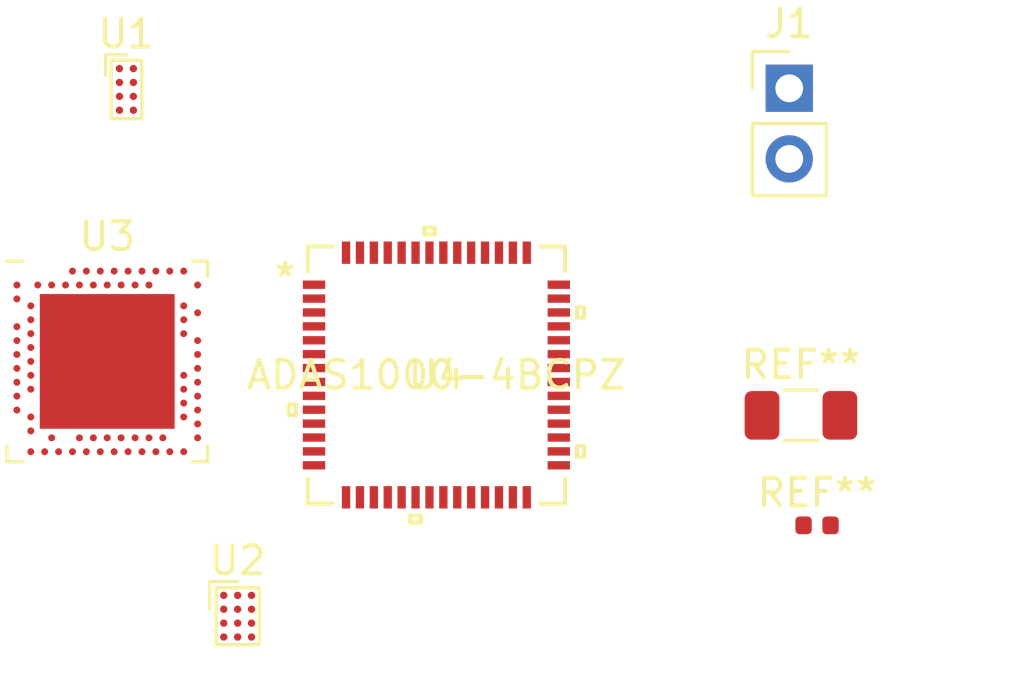
<source format=kicad_pcb>
(kicad_pcb (version 20171130) (host pcbnew "(5.0.0)")

  (general
    (thickness 1.6)
    (drawings 0)
    (tracks 0)
    (zones 0)
    (modules 7)
    (nets 148)
  )

  (page A4)
  (layers
    (0 F.Cu signal)
    (31 B.Cu signal)
    (32 B.Adhes user)
    (33 F.Adhes user)
    (34 B.Paste user)
    (35 F.Paste user)
    (36 B.SilkS user)
    (37 F.SilkS user)
    (38 B.Mask user)
    (39 F.Mask user)
    (40 Dwgs.User user)
    (41 Cmts.User user)
    (42 Eco1.User user)
    (43 Eco2.User user)
    (44 Edge.Cuts user)
    (45 Margin user)
    (46 B.CrtYd user)
    (47 F.CrtYd user)
    (48 B.Fab user)
    (49 F.Fab user)
  )

  (setup
    (last_trace_width 0.25)
    (trace_clearance 0.2)
    (zone_clearance 0.508)
    (zone_45_only no)
    (trace_min 0.2)
    (segment_width 0.2)
    (edge_width 0.15)
    (via_size 0.8)
    (via_drill 0.4)
    (via_min_size 0.4)
    (via_min_drill 0.3)
    (uvia_size 0.3)
    (uvia_drill 0.1)
    (uvias_allowed no)
    (uvia_min_size 0.2)
    (uvia_min_drill 0.1)
    (pcb_text_width 0.3)
    (pcb_text_size 1.5 1.5)
    (mod_edge_width 0.15)
    (mod_text_size 1 1)
    (mod_text_width 0.15)
    (pad_size 1.524 1.524)
    (pad_drill 0.762)
    (pad_to_mask_clearance 0.2)
    (aux_axis_origin 0 0)
    (visible_elements 7FFFFFFF)
    (pcbplotparams
      (layerselection 0x010fc_ffffffff)
      (usegerberextensions false)
      (usegerberattributes false)
      (usegerberadvancedattributes false)
      (creategerberjobfile false)
      (excludeedgelayer true)
      (linewidth 0.100000)
      (plotframeref false)
      (viasonmask false)
      (mode 1)
      (useauxorigin false)
      (hpglpennumber 1)
      (hpglpenspeed 20)
      (hpglpendiameter 15.000000)
      (psnegative false)
      (psa4output false)
      (plotreference true)
      (plotvalue true)
      (plotinvisibletext false)
      (padsonsilk false)
      (subtractmaskfromsilk false)
      (outputformat 1)
      (mirror false)
      (drillshape 1)
      (scaleselection 1)
      (outputdirectory ""))
  )

  (net 0 "")
  (net 1 Vcc<BATT>)
  (net 2 GND)
  (net 3 "Net-(U1-PadD2)")
  (net 4 "Net-(U1-PadD1)")
  (net 5 "Net-(U1-PadC1)")
  (net 6 "Net-(U1-PadC2)")
  (net 7 "Net-(U1-PadB2)")
  (net 8 "Net-(U1-PadB1)")
  (net 9 "Net-(U1-PadA1)")
  (net 10 "Net-(U1-PadA2)")
  (net 11 "Net-(U2-PadB1)")
  (net 12 "Net-(U2-PadA3)")
  (net 13 "Net-(U2-PadA2)")
  (net 14 "Net-(U2-PadA1)")
  (net 15 "Net-(U2-PadB2)")
  (net 16 "Net-(U2-PadB3)")
  (net 17 "Net-(U2-PadC1)")
  (net 18 "Net-(U2-PadC2)")
  (net 19 "Net-(U2-PadC3)")
  (net 20 "Net-(U2-PadD1)")
  (net 21 "Net-(U2-PadD2)")
  (net 22 "Net-(U2-PadD3)")
  (net 23 "Net-(U3-PadB7)")
  (net 24 "Net-(U3-PadB24)")
  (net 25 "Net-(U3-PadD23)")
  (net 26 "Net-(U3-PadA8)")
  (net 27 "Net-(U3-PadB3)")
  (net 28 "Net-(U3-PadAC21)")
  (net 29 "Net-(U3-PadA22)")
  (net 30 "Net-(U3-PadAD2)")
  (net 31 "Net-(U3-PadAB2)")
  (net 32 "Net-(U3-PadY2)")
  (net 33 "Net-(U3-PadU1)")
  (net 34 "Net-(U3-PadR1)")
  (net 35 "Net-(U3-PadN1)")
  (net 36 "Net-(U3-PadL1)")
  (net 37 "Net-(U3-PadJ1)")
  (net 38 "Net-(U3-PadG1)")
  (net 39 "Net-(U3-PadT2)")
  (net 40 "Net-(U3-PadP2)")
  (net 41 "Net-(U3-PadM2)")
  (net 42 "Net-(U3-PadK2)")
  (net 43 "Net-(U3-PadH2)")
  (net 44 "Net-(U3-PadF2)")
  (net 45 "Net-(U3-PadC1)")
  (net 46 "Net-(U3-PadD2)")
  (net 47 "Net-(U3-PadAD4)")
  (net 48 "Net-(U3-PadAD6)")
  (net 49 "Net-(U3-PadAD8)")
  (net 50 "Net-(U3-PadAD10)")
  (net 51 "Net-(U3-PadAD12)")
  (net 52 "Net-(U3-PadAD16)")
  (net 53 "Net-(U3-PadAD18)")
  (net 54 "Net-(U3-PadAD20)")
  (net 55 "Net-(U3-PadAD22)")
  (net 56 "Net-(U3-PadAC19)")
  (net 57 "Net-(U3-PadAC17)")
  (net 58 "Net-(U3-PadAC15)")
  (net 59 "Net-(U3-PadAC13)")
  (net 60 "Net-(U3-PadAC11)")
  (net 61 "Net-(U3-PadAC9)")
  (net 62 "Net-(U3-PadAC5)")
  (net 63 "Net-(U3-PadB5)")
  (net 64 "Net-(U3-PadB9)")
  (net 65 "Net-(U3-PadB11)")
  (net 66 "Net-(U3-PadB13)")
  (net 67 "Net-(U3-PadB15)")
  (net 68 "Net-(U3-PadB17)")
  (net 69 "Net-(U3-PadB19)")
  (net 70 "Net-(U3-PadA10)")
  (net 71 "Net-(U3-PadA12)")
  (net 72 "Net-(U3-PadA14)")
  (net 73 "Net-(U3-PadA16)")
  (net 74 "Net-(U3-PadA18)")
  (net 75 "Net-(U3-PadA20)")
  (net 76 "Net-(U3-PadA23)")
  (net 77 "Net-(U3-PadF23)")
  (net 78 "Net-(U3-PadH23)")
  (net 79 "Net-(U3-PadP23)")
  (net 80 "Net-(U3-PadT23)")
  (net 81 "Net-(U3-PadV23)")
  (net 82 "Net-(U3-PadY23)")
  (net 83 "Net-(U3-PadE24)")
  (net 84 "Net-(U3-PadJ24)")
  (net 85 "Net-(U3-PadL24)")
  (net 86 "Net-(U3-PadN24)")
  (net 87 "Net-(U3-PadR24)")
  (net 88 "Net-(U3-PadU24)")
  (net 89 "Net-(U3-PadW24)")
  (net 90 "Net-(U3-PadAA24)")
  (net 91 "Net-(U3-PadAC24)")
  (net 92 "Net-(U4-Pad1)")
  (net 93 "Net-(U4-Pad2)")
  (net 94 "Net-(U4-Pad3)")
  (net 95 "Net-(U4-Pad4)")
  (net 96 "Net-(U4-Pad5)")
  (net 97 "Net-(U4-Pad6)")
  (net 98 "Net-(U4-Pad7)")
  (net 99 "Net-(U4-Pad8)")
  (net 100 "Net-(U4-Pad9)")
  (net 101 "Net-(U4-Pad10)")
  (net 102 "Net-(U4-Pad11)")
  (net 103 "Net-(U4-Pad12)")
  (net 104 "Net-(U4-Pad13)")
  (net 105 "Net-(U4-Pad14)")
  (net 106 "Net-(U4-Pad15)")
  (net 107 "Net-(U4-Pad16)")
  (net 108 "Net-(U4-Pad17)")
  (net 109 "Net-(U4-Pad18)")
  (net 110 "Net-(U4-Pad19)")
  (net 111 "Net-(U4-Pad20)")
  (net 112 "Net-(U4-Pad21)")
  (net 113 "Net-(U4-Pad22)")
  (net 114 "Net-(U4-Pad23)")
  (net 115 "Net-(U4-Pad24)")
  (net 116 "Net-(U4-Pad25)")
  (net 117 "Net-(U4-Pad26)")
  (net 118 "Net-(U4-Pad27)")
  (net 119 "Net-(U4-Pad28)")
  (net 120 "Net-(U4-Pad29)")
  (net 121 "Net-(U4-Pad30)")
  (net 122 "Net-(U4-Pad31)")
  (net 123 "Net-(U4-Pad32)")
  (net 124 "Net-(U4-Pad33)")
  (net 125 "Net-(U4-Pad34)")
  (net 126 "Net-(U4-Pad35)")
  (net 127 "Net-(U4-Pad36)")
  (net 128 "Net-(U4-Pad37)")
  (net 129 "Net-(U4-Pad38)")
  (net 130 "Net-(U4-Pad39)")
  (net 131 "Net-(U4-Pad40)")
  (net 132 "Net-(U4-Pad41)")
  (net 133 "Net-(U4-Pad42)")
  (net 134 "Net-(U4-Pad43)")
  (net 135 "Net-(U4-Pad44)")
  (net 136 "Net-(U4-Pad45)")
  (net 137 "Net-(U4-Pad46)")
  (net 138 "Net-(U4-Pad47)")
  (net 139 "Net-(U4-Pad48)")
  (net 140 "Net-(U4-Pad49)")
  (net 141 "Net-(U4-Pad50)")
  (net 142 "Net-(U4-Pad51)")
  (net 143 "Net-(U4-Pad52)")
  (net 144 "Net-(U4-Pad53)")
  (net 145 "Net-(U4-Pad54)")
  (net 146 "Net-(U4-Pad55)")
  (net 147 "Net-(U4-Pad56)")

  (net_class Default "This is the default net class."
    (clearance 0.2)
    (trace_width 0.25)
    (via_dia 0.8)
    (via_drill 0.4)
    (uvia_dia 0.3)
    (uvia_drill 0.1)
    (add_net GND)
    (add_net "Net-(U1-PadA1)")
    (add_net "Net-(U1-PadA2)")
    (add_net "Net-(U1-PadB1)")
    (add_net "Net-(U1-PadB2)")
    (add_net "Net-(U1-PadC1)")
    (add_net "Net-(U1-PadC2)")
    (add_net "Net-(U1-PadD1)")
    (add_net "Net-(U1-PadD2)")
    (add_net "Net-(U2-PadA1)")
    (add_net "Net-(U2-PadA2)")
    (add_net "Net-(U2-PadA3)")
    (add_net "Net-(U2-PadB1)")
    (add_net "Net-(U2-PadB2)")
    (add_net "Net-(U2-PadB3)")
    (add_net "Net-(U2-PadC1)")
    (add_net "Net-(U2-PadC2)")
    (add_net "Net-(U2-PadC3)")
    (add_net "Net-(U2-PadD1)")
    (add_net "Net-(U2-PadD2)")
    (add_net "Net-(U2-PadD3)")
    (add_net "Net-(U3-PadA10)")
    (add_net "Net-(U3-PadA12)")
    (add_net "Net-(U3-PadA14)")
    (add_net "Net-(U3-PadA16)")
    (add_net "Net-(U3-PadA18)")
    (add_net "Net-(U3-PadA20)")
    (add_net "Net-(U3-PadA22)")
    (add_net "Net-(U3-PadA23)")
    (add_net "Net-(U3-PadA8)")
    (add_net "Net-(U3-PadAA24)")
    (add_net "Net-(U3-PadAB2)")
    (add_net "Net-(U3-PadAC11)")
    (add_net "Net-(U3-PadAC13)")
    (add_net "Net-(U3-PadAC15)")
    (add_net "Net-(U3-PadAC17)")
    (add_net "Net-(U3-PadAC19)")
    (add_net "Net-(U3-PadAC21)")
    (add_net "Net-(U3-PadAC24)")
    (add_net "Net-(U3-PadAC5)")
    (add_net "Net-(U3-PadAC9)")
    (add_net "Net-(U3-PadAD10)")
    (add_net "Net-(U3-PadAD12)")
    (add_net "Net-(U3-PadAD16)")
    (add_net "Net-(U3-PadAD18)")
    (add_net "Net-(U3-PadAD2)")
    (add_net "Net-(U3-PadAD20)")
    (add_net "Net-(U3-PadAD22)")
    (add_net "Net-(U3-PadAD4)")
    (add_net "Net-(U3-PadAD6)")
    (add_net "Net-(U3-PadAD8)")
    (add_net "Net-(U3-PadB11)")
    (add_net "Net-(U3-PadB13)")
    (add_net "Net-(U3-PadB15)")
    (add_net "Net-(U3-PadB17)")
    (add_net "Net-(U3-PadB19)")
    (add_net "Net-(U3-PadB24)")
    (add_net "Net-(U3-PadB3)")
    (add_net "Net-(U3-PadB5)")
    (add_net "Net-(U3-PadB7)")
    (add_net "Net-(U3-PadB9)")
    (add_net "Net-(U3-PadC1)")
    (add_net "Net-(U3-PadD2)")
    (add_net "Net-(U3-PadD23)")
    (add_net "Net-(U3-PadE24)")
    (add_net "Net-(U3-PadF2)")
    (add_net "Net-(U3-PadF23)")
    (add_net "Net-(U3-PadG1)")
    (add_net "Net-(U3-PadH2)")
    (add_net "Net-(U3-PadH23)")
    (add_net "Net-(U3-PadJ1)")
    (add_net "Net-(U3-PadJ24)")
    (add_net "Net-(U3-PadK2)")
    (add_net "Net-(U3-PadL1)")
    (add_net "Net-(U3-PadL24)")
    (add_net "Net-(U3-PadM2)")
    (add_net "Net-(U3-PadN1)")
    (add_net "Net-(U3-PadN24)")
    (add_net "Net-(U3-PadP2)")
    (add_net "Net-(U3-PadP23)")
    (add_net "Net-(U3-PadR1)")
    (add_net "Net-(U3-PadR24)")
    (add_net "Net-(U3-PadT2)")
    (add_net "Net-(U3-PadT23)")
    (add_net "Net-(U3-PadU1)")
    (add_net "Net-(U3-PadU24)")
    (add_net "Net-(U3-PadV23)")
    (add_net "Net-(U3-PadW24)")
    (add_net "Net-(U3-PadY2)")
    (add_net "Net-(U3-PadY23)")
    (add_net "Net-(U4-Pad1)")
    (add_net "Net-(U4-Pad10)")
    (add_net "Net-(U4-Pad11)")
    (add_net "Net-(U4-Pad12)")
    (add_net "Net-(U4-Pad13)")
    (add_net "Net-(U4-Pad14)")
    (add_net "Net-(U4-Pad15)")
    (add_net "Net-(U4-Pad16)")
    (add_net "Net-(U4-Pad17)")
    (add_net "Net-(U4-Pad18)")
    (add_net "Net-(U4-Pad19)")
    (add_net "Net-(U4-Pad2)")
    (add_net "Net-(U4-Pad20)")
    (add_net "Net-(U4-Pad21)")
    (add_net "Net-(U4-Pad22)")
    (add_net "Net-(U4-Pad23)")
    (add_net "Net-(U4-Pad24)")
    (add_net "Net-(U4-Pad25)")
    (add_net "Net-(U4-Pad26)")
    (add_net "Net-(U4-Pad27)")
    (add_net "Net-(U4-Pad28)")
    (add_net "Net-(U4-Pad29)")
    (add_net "Net-(U4-Pad3)")
    (add_net "Net-(U4-Pad30)")
    (add_net "Net-(U4-Pad31)")
    (add_net "Net-(U4-Pad32)")
    (add_net "Net-(U4-Pad33)")
    (add_net "Net-(U4-Pad34)")
    (add_net "Net-(U4-Pad35)")
    (add_net "Net-(U4-Pad36)")
    (add_net "Net-(U4-Pad37)")
    (add_net "Net-(U4-Pad38)")
    (add_net "Net-(U4-Pad39)")
    (add_net "Net-(U4-Pad4)")
    (add_net "Net-(U4-Pad40)")
    (add_net "Net-(U4-Pad41)")
    (add_net "Net-(U4-Pad42)")
    (add_net "Net-(U4-Pad43)")
    (add_net "Net-(U4-Pad44)")
    (add_net "Net-(U4-Pad45)")
    (add_net "Net-(U4-Pad46)")
    (add_net "Net-(U4-Pad47)")
    (add_net "Net-(U4-Pad48)")
    (add_net "Net-(U4-Pad49)")
    (add_net "Net-(U4-Pad5)")
    (add_net "Net-(U4-Pad50)")
    (add_net "Net-(U4-Pad51)")
    (add_net "Net-(U4-Pad52)")
    (add_net "Net-(U4-Pad53)")
    (add_net "Net-(U4-Pad54)")
    (add_net "Net-(U4-Pad55)")
    (add_net "Net-(U4-Pad56)")
    (add_net "Net-(U4-Pad6)")
    (add_net "Net-(U4-Pad7)")
    (add_net "Net-(U4-Pad8)")
    (add_net "Net-(U4-Pad9)")
    (add_net Vcc<BATT>)
  )

  (module Connector_PinHeader_2.54mm:PinHeader_1x02_P2.54mm_Vertical (layer F.Cu) (tedit 59FED5CC) (tstamp 5BEA2AA1)
    (at 107.04 56.61)
    (descr "Through hole straight pin header, 1x02, 2.54mm pitch, single row")
    (tags "Through hole pin header THT 1x02 2.54mm single row")
    (path /5BD21E41)
    (fp_text reference J1 (at 0 -2.33) (layer F.SilkS)
      (effects (font (size 1 1) (thickness 0.15)))
    )
    (fp_text value Conn_01x02_Male (at 0 4.87) (layer F.Fab)
      (effects (font (size 1 1) (thickness 0.15)))
    )
    (fp_line (start -0.635 -1.27) (end 1.27 -1.27) (layer F.Fab) (width 0.1))
    (fp_line (start 1.27 -1.27) (end 1.27 3.81) (layer F.Fab) (width 0.1))
    (fp_line (start 1.27 3.81) (end -1.27 3.81) (layer F.Fab) (width 0.1))
    (fp_line (start -1.27 3.81) (end -1.27 -0.635) (layer F.Fab) (width 0.1))
    (fp_line (start -1.27 -0.635) (end -0.635 -1.27) (layer F.Fab) (width 0.1))
    (fp_line (start -1.33 3.87) (end 1.33 3.87) (layer F.SilkS) (width 0.12))
    (fp_line (start -1.33 1.27) (end -1.33 3.87) (layer F.SilkS) (width 0.12))
    (fp_line (start 1.33 1.27) (end 1.33 3.87) (layer F.SilkS) (width 0.12))
    (fp_line (start -1.33 1.27) (end 1.33 1.27) (layer F.SilkS) (width 0.12))
    (fp_line (start -1.33 0) (end -1.33 -1.33) (layer F.SilkS) (width 0.12))
    (fp_line (start -1.33 -1.33) (end 0 -1.33) (layer F.SilkS) (width 0.12))
    (fp_line (start -1.8 -1.8) (end -1.8 4.35) (layer F.CrtYd) (width 0.05))
    (fp_line (start -1.8 4.35) (end 1.8 4.35) (layer F.CrtYd) (width 0.05))
    (fp_line (start 1.8 4.35) (end 1.8 -1.8) (layer F.CrtYd) (width 0.05))
    (fp_line (start 1.8 -1.8) (end -1.8 -1.8) (layer F.CrtYd) (width 0.05))
    (fp_text user %R (at 0 1.27 90) (layer F.Fab)
      (effects (font (size 1 1) (thickness 0.15)))
    )
    (pad 1 thru_hole rect (at 0 0) (size 1.7 1.7) (drill 1) (layers *.Cu *.Mask)
      (net 1 Vcc<BATT>))
    (pad 2 thru_hole oval (at 0 2.54) (size 1.7 1.7) (drill 1) (layers *.Cu *.Mask)
      (net 2 GND))
    (model ${KISYS3DMOD}/Connector_PinHeader_2.54mm.3dshapes/PinHeader_1x02_P2.54mm_Vertical.wrl
      (at (xyz 0 0 0))
      (scale (xyz 1 1 1))
      (rotate (xyz 0 0 0))
    )
  )

  (module Package_BGA:Texas_DSBGA-8_0.9x1.9mm_Layout2x4_P0.5mm (layer F.Cu) (tedit 5A0AA1EB) (tstamp 5BEA2AC6)
    (at 83.2 56.65)
    (descr "Texas Instruments, DSBGA, 0.9x1.9mm, 8 bump 2x4 (perimeter) array, NSMD pad definition (http://www.ti.com/lit/ds/symlink/txb0102.pdf, http://www.ti.com/lit/an/snva009ag/snva009ag.pdf)")
    (tags "Texas Instruments DSBGA BGA YZP R-XBGA-N8")
    (path /5BD214C2)
    (solder_mask_margin 0.05)
    (attr smd)
    (fp_text reference U1 (at 0 -2) (layer F.SilkS)
      (effects (font (size 1 1) (thickness 0.15)))
    )
    (fp_text value TPS62746 (at 0 2) (layer F.Fab)
      (effects (font (size 1 1) (thickness 0.15)))
    )
    (fp_text user %R (at 0 0 90) (layer F.Fab)
      (effects (font (size 0.4 0.4) (thickness 0.05)))
    )
    (fp_line (start -0.47 -0.8) (end -0.3 -0.97) (layer F.Fab) (width 0.1))
    (fp_line (start -1.47 -1.97) (end -1.47 1.97) (layer F.CrtYd) (width 0.05))
    (fp_line (start 1.47 -1.97) (end -1.47 -1.97) (layer F.CrtYd) (width 0.05))
    (fp_line (start 1.47 1.97) (end 1.47 -1.97) (layer F.CrtYd) (width 0.05))
    (fp_line (start -1.47 1.97) (end 1.47 1.97) (layer F.CrtYd) (width 0.05))
    (fp_line (start -0.55 -1.05) (end -0.55 1.05) (layer F.SilkS) (width 0.12))
    (fp_line (start 0.55 -1.05) (end -0.55 -1.05) (layer F.SilkS) (width 0.12))
    (fp_line (start -0.47 -0.8) (end -0.47 0.97) (layer F.Fab) (width 0.1))
    (fp_line (start 0.47 -0.97) (end -0.3 -0.97) (layer F.Fab) (width 0.1))
    (fp_line (start 0.47 0.97) (end 0.47 -0.97) (layer F.Fab) (width 0.1))
    (fp_line (start -0.47 0.97) (end 0.47 0.97) (layer F.Fab) (width 0.1))
    (fp_line (start 0.55 -1.05) (end 0.55 1.05) (layer F.SilkS) (width 0.12))
    (fp_line (start -0.55 1.05) (end 0.55 1.05) (layer F.SilkS) (width 0.12))
    (fp_line (start 0 -1.25) (end -0.75 -1.25) (layer F.SilkS) (width 0.12))
    (fp_line (start -0.75 -1.25) (end -0.75 -1.25) (layer F.SilkS) (width 0.12))
    (fp_line (start -0.75 -1.25) (end -0.75 -0.5) (layer F.SilkS) (width 0.12))
    (pad D2 smd circle (at 0.25 0.75) (size 0.265 0.265) (layers F.Cu F.Mask)
      (net 3 "Net-(U1-PadD2)"))
    (pad D1 smd circle (at -0.25 0.75) (size 0.265 0.265) (layers F.Cu F.Mask)
      (net 4 "Net-(U1-PadD1)"))
    (pad C1 smd circle (at -0.25 0.25) (size 0.265 0.265) (layers F.Cu F.Mask)
      (net 5 "Net-(U1-PadC1)"))
    (pad C2 smd circle (at 0.25 0.25) (size 0.265 0.265) (layers F.Cu F.Mask)
      (net 6 "Net-(U1-PadC2)"))
    (pad B2 smd circle (at 0.25 -0.25) (size 0.265 0.265) (layers F.Cu F.Mask)
      (net 7 "Net-(U1-PadB2)"))
    (pad B1 smd circle (at -0.25 -0.25) (size 0.265 0.265) (layers F.Cu F.Mask)
      (net 8 "Net-(U1-PadB1)"))
    (pad A1 smd circle (at -0.25 -0.75) (size 0.265 0.265) (layers F.Cu F.Mask)
      (net 9 "Net-(U1-PadA1)"))
    (pad A2 smd circle (at 0.25 -0.75) (size 0.265 0.265) (layers F.Cu F.Mask)
      (net 10 "Net-(U1-PadA2)"))
    (pad "" smd rect (at 0.25 0.75) (size 0.3 0.3) (layers F.Paste))
    (pad "" smd rect (at -0.25 0.75) (size 0.3 0.3) (layers F.Paste))
    (pad "" smd rect (at -0.25 0.25) (size 0.3 0.3) (layers F.Paste))
    (pad "" smd rect (at 0.25 0.25) (size 0.3 0.3) (layers F.Paste))
    (pad "" smd rect (at 0.25 -0.25) (size 0.3 0.3) (layers F.Paste))
    (pad "" smd rect (at -0.25 -0.25) (size 0.3 0.3) (layers F.Paste))
    (pad "" smd rect (at -0.25 -0.75) (size 0.3 0.3) (layers F.Paste))
    (pad "" smd rect (at 0.25 -0.75) (size 0.3 0.3) (layers F.Paste))
    (model ${KISYS3DMOD}/Package_BGA.3dshapes/Texas_DSBGA-8_0.9x1.9mm_Layout2x4_P0.5mm.wrl
      (at (xyz 0 0 0))
      (scale (xyz 1 1 1))
      (rotate (xyz 0 0 0))
    )
  )

  (module Package_BGA:Texas_DSBGA-12_1.36x1.86mm_Layout3x4_P0.5mm (layer F.Cu) (tedit 5A0AA1EB) (tstamp 5BEA2AF3)
    (at 87.2 75.61)
    (descr "Texas Instruments, DSBGA, 1.36x1.86mm, 12 bump 3x4 (area) array, NSMD pad definition (http://www.ti.com/lit/ds/symlink/txs0104e.pdf, http://www.ti.com/lit/an/snva009ag/snva009ag.pdf)")
    (tags "Texas Instruments DSBGA BGA")
    (path /5BD218A8)
    (solder_mask_margin 0.05)
    (attr smd)
    (fp_text reference U2 (at 0 -2) (layer F.SilkS)
      (effects (font (size 1 1) (thickness 0.15)))
    )
    (fp_text value TPS63051_YFF (at 0 2) (layer F.Fab)
      (effects (font (size 1 1) (thickness 0.15)))
    )
    (fp_text user %R (at 0 0 90) (layer F.Fab)
      (effects (font (size 0.3 0.3) (thickness 0.045)))
    )
    (fp_line (start -0.775 -1.025) (end -0.775 1.025) (layer F.SilkS) (width 0.12))
    (fp_line (start -0.775 -1.025) (end 0.765 -1.025) (layer F.SilkS) (width 0.12))
    (fp_line (start 0.775 1.025) (end 0.775 -1.025) (layer F.SilkS) (width 0.12))
    (fp_line (start -0.765 1.025) (end 0.775 1.025) (layer F.SilkS) (width 0.12))
    (fp_line (start -1.68 1.93) (end -1.68 -1.93) (layer F.CrtYd) (width 0.05))
    (fp_line (start -1.68 -1.93) (end 1.68 -1.93) (layer F.CrtYd) (width 0.05))
    (fp_line (start 1.68 -1.93) (end 1.68 1.93) (layer F.CrtYd) (width 0.05))
    (fp_line (start -1.68 1.93) (end 1.68 1.93) (layer F.CrtYd) (width 0.05))
    (fp_line (start -0.68 -0.4) (end -0.15 -0.93) (layer F.Fab) (width 0.1))
    (fp_line (start -0.68 0.93) (end -0.68 -0.4) (layer F.Fab) (width 0.1))
    (fp_line (start 0.68 0.93) (end 0.68 -0.93) (layer F.Fab) (width 0.1))
    (fp_line (start -0.68 0.93) (end 0.68 0.93) (layer F.Fab) (width 0.1))
    (fp_line (start 0.68 -0.93) (end -0.15 -0.93) (layer F.Fab) (width 0.1))
    (fp_line (start 0 -1.25) (end -1 -1.25) (layer F.SilkS) (width 0.12))
    (fp_line (start -1 -1.25) (end -1 -1.25) (layer F.SilkS) (width 0.12))
    (fp_line (start -1 -1.25) (end -1 -0.25) (layer F.SilkS) (width 0.12))
    (pad B1 smd circle (at -0.5 -0.25) (size 0.265 0.265) (layers F.Cu F.Mask)
      (net 11 "Net-(U2-PadB1)"))
    (pad A3 smd circle (at 0.5 -0.75) (size 0.265 0.265) (layers F.Cu F.Mask)
      (net 12 "Net-(U2-PadA3)"))
    (pad A2 smd circle (at 0 -0.75) (size 0.265 0.265) (layers F.Cu F.Mask)
      (net 13 "Net-(U2-PadA2)"))
    (pad A1 smd circle (at -0.5 -0.75) (size 0.265 0.265) (layers F.Cu F.Mask)
      (net 14 "Net-(U2-PadA1)"))
    (pad B2 smd circle (at 0 -0.25) (size 0.265 0.265) (layers F.Cu F.Mask)
      (net 15 "Net-(U2-PadB2)"))
    (pad B3 smd circle (at 0.5 -0.25) (size 0.265 0.265) (layers F.Cu F.Mask)
      (net 16 "Net-(U2-PadB3)"))
    (pad C1 smd circle (at -0.5 0.25) (size 0.265 0.265) (layers F.Cu F.Mask)
      (net 17 "Net-(U2-PadC1)"))
    (pad C2 smd circle (at 0 0.25) (size 0.265 0.265) (layers F.Cu F.Mask)
      (net 18 "Net-(U2-PadC2)"))
    (pad C3 smd circle (at 0.5 0.25) (size 0.265 0.265) (layers F.Cu F.Mask)
      (net 19 "Net-(U2-PadC3)"))
    (pad D1 smd circle (at -0.5 0.75) (size 0.265 0.265) (layers F.Cu F.Mask)
      (net 20 "Net-(U2-PadD1)"))
    (pad D2 smd circle (at 0 0.75) (size 0.265 0.265) (layers F.Cu F.Mask)
      (net 21 "Net-(U2-PadD2)"))
    (pad D3 smd circle (at 0.5 0.75) (size 0.265 0.265) (layers F.Cu F.Mask)
      (net 22 "Net-(U2-PadD3)"))
    (pad "" smd rect (at -0.5 -0.25) (size 0.3 0.3) (layers F.Paste))
    (pad "" smd rect (at 0.5 -0.75) (size 0.3 0.3) (layers F.Paste))
    (pad "" smd rect (at 0 -0.75) (size 0.3 0.3) (layers F.Paste))
    (pad "" smd rect (at -0.5 -0.75) (size 0.3 0.3) (layers F.Paste))
    (pad "" smd rect (at 0 -0.25) (size 0.3 0.3) (layers F.Paste))
    (pad "" smd rect (at 0.5 -0.25) (size 0.3 0.3) (layers F.Paste))
    (pad "" smd rect (at -0.5 0.25) (size 0.3 0.3) (layers F.Paste))
    (pad "" smd rect (at 0 0.25) (size 0.3 0.3) (layers F.Paste))
    (pad "" smd rect (at 0.5 0.25) (size 0.3 0.3) (layers F.Paste))
    (pad "" smd rect (at -0.5 0.75) (size 0.3 0.3) (layers F.Paste))
    (pad "" smd rect (at 0 0.75) (size 0.3 0.3) (layers F.Paste))
    (pad "" smd rect (at 0.5 0.75) (size 0.3 0.3) (layers F.Paste))
    (model ${KISYS3DMOD}/Package_BGA.3dshapes/Texas_DSBGA-12_1.36x1.86mm_Layout3x4_P0.5mm.wrl
      (at (xyz 0 0 0))
      (scale (xyz 1 1 1))
      (rotate (xyz 0 0 0))
    )
  )

  (module Package_DFN_QFN:Nordic_AQFN-73-1EP_7x7mm_P0.5mm (layer F.Cu) (tedit 5A55E2FA) (tstamp 5BEA2B56)
    (at 82.51 66.44)
    (descr http://infocenter.nordicsemi.com/index.jsp?topic=%2Fcom.nordic.infocenter.nrf52%2Fdita%2Fnrf52%2Fchips%2Fnrf52840.html)
    (tags "AQFN 7mm ")
    (path /5BD208B4)
    (attr smd)
    (fp_text reference U3 (at 0 -4.5) (layer F.SilkS)
      (effects (font (size 1 1) (thickness 0.15)))
    )
    (fp_text value nRF52840 (at 0.03 5.72) (layer F.Fab)
      (effects (font (size 1 1) (thickness 0.15)))
    )
    (fp_text user %R (at 0 0) (layer F.Fab)
      (effects (font (size 1 1) (thickness 0.15)))
    )
    (fp_line (start 3.81 -3.81) (end 3.81 3.81) (layer F.CrtYd) (width 0.05))
    (fp_line (start 3.81 3.81) (end -3.81 3.81) (layer F.CrtYd) (width 0.05))
    (fp_line (start -3.81 3.81) (end -3.81 -3.81) (layer F.CrtYd) (width 0.05))
    (fp_line (start -3.81 -3.81) (end 3.81 -3.81) (layer F.CrtYd) (width 0.05))
    (fp_line (start -3.61 -3.61) (end -3.05 -3.61) (layer F.SilkS) (width 0.12))
    (fp_line (start -3.61 3.61) (end -3.61 3.05) (layer F.SilkS) (width 0.12))
    (fp_line (start -3.61 3.61) (end -3.05 3.61) (layer F.SilkS) (width 0.12))
    (fp_line (start 3.61 3.61) (end 3.05 3.61) (layer F.SilkS) (width 0.12))
    (fp_line (start 3.61 3.61) (end 3.61 3.05) (layer F.SilkS) (width 0.12))
    (fp_line (start 3.61 -3.61) (end 3.61 -3.05) (layer F.SilkS) (width 0.12))
    (fp_line (start 3.61 -3.61) (end 3.05 -3.61) (layer F.SilkS) (width 0.12))
    (fp_line (start -3.5 -3) (end -3 -3.5) (layer F.Fab) (width 0.1))
    (fp_line (start 3.5 -3.5) (end 3.5 3.5) (layer F.Fab) (width 0.1))
    (fp_line (start -3.5 3.5) (end 3.5 3.5) (layer F.Fab) (width 0.1))
    (fp_line (start -3.5 -3) (end -3.5 3.5) (layer F.Fab) (width 0.1))
    (fp_line (start -3 -3.5) (end 3.5 -3.5) (layer F.Fab) (width 0.1))
    (pad "" smd rect (at 1.2125 1.2125 180) (size 2 2) (layers F.Paste))
    (pad "" smd rect (at -1.2125 1.2125 180) (size 2 2) (layers F.Paste))
    (pad "" smd rect (at 1.2125 -1.2125 180) (size 2 2) (layers F.Paste))
    (pad "" smd rect (at -1.2125 -1.2125 180) (size 2 2) (layers F.Paste))
    (pad EP smd rect (at 0 0 180) (size 4.85 4.85) (layers F.Cu F.Mask)
      (net 23 "Net-(U3-PadB7)"))
    (pad B24 smd circle (at 3.25 -2.75 180) (size 0.25 0.25) (layers F.Cu F.Paste F.Mask)
      (net 24 "Net-(U3-PadB24)"))
    (pad D23 smd circle (at 2.75 -2 180) (size 0.25 0.25) (layers F.Cu F.Paste F.Mask)
      (net 25 "Net-(U3-PadD23)"))
    (pad A8 smd circle (at -1.25 -3.25 180) (size 0.25 0.25) (layers F.Cu F.Paste F.Mask)
      (net 26 "Net-(U3-PadA8)"))
    (pad B3 smd circle (at -2.5 -2.75 180) (size 0.25 0.25) (layers F.Cu F.Paste F.Mask)
      (net 27 "Net-(U3-PadB3)"))
    (pad AC21 smd circle (at 2 2.75 180) (size 0.25 0.25) (layers F.Cu F.Paste F.Mask)
      (net 28 "Net-(U3-PadAC21)"))
    (pad AD23 smd circle (at 2.75 3.25 180) (size 0.25 0.25) (layers F.Cu F.Paste F.Mask)
      (net 29 "Net-(U3-PadA22)"))
    (pad AD2 smd circle (at -2.75 3.25 180) (size 0.25 0.25) (layers F.Cu F.Paste F.Mask)
      (net 30 "Net-(U3-PadAD2)"))
    (pad AB2 smd circle (at -2.75 2.5 180) (size 0.25 0.25) (layers F.Cu F.Paste F.Mask)
      (net 31 "Net-(U3-PadAB2)"))
    (pad Y2 smd circle (at -2.75 2 180) (size 0.25 0.25) (layers F.Cu F.Paste F.Mask)
      (net 32 "Net-(U3-PadY2)"))
    (pad W1 smd circle (at -3.25 1.75 180) (size 0.25 0.25) (layers F.Cu F.Paste F.Mask)
      (net 29 "Net-(U3-PadA22)"))
    (pad U1 smd circle (at -3.25 1.25 180) (size 0.25 0.25) (layers F.Cu F.Paste F.Mask)
      (net 33 "Net-(U3-PadU1)"))
    (pad R1 smd circle (at -3.25 0.75 180) (size 0.25 0.25) (layers F.Cu F.Paste F.Mask)
      (net 34 "Net-(U3-PadR1)"))
    (pad N1 smd circle (at -3.25 0.25 180) (size 0.25 0.25) (layers F.Cu F.Paste F.Mask)
      (net 35 "Net-(U3-PadN1)"))
    (pad L1 smd circle (at -3.25 -0.25 180) (size 0.25 0.25) (layers F.Cu F.Paste F.Mask)
      (net 36 "Net-(U3-PadL1)"))
    (pad J1 smd circle (at -3.25 -0.75 180) (size 0.25 0.25) (layers F.Cu F.Paste F.Mask)
      (net 37 "Net-(U3-PadJ1)"))
    (pad G1 smd circle (at -3.25 -1.25 180) (size 0.25 0.25) (layers F.Cu F.Paste F.Mask)
      (net 38 "Net-(U3-PadG1)"))
    (pad T2 smd circle (at -2.75 1 180) (size 0.25 0.25) (layers F.Cu F.Paste F.Mask)
      (net 39 "Net-(U3-PadT2)"))
    (pad P2 smd circle (at -2.75 0.5 180) (size 0.25 0.25) (layers F.Cu F.Paste F.Mask)
      (net 40 "Net-(U3-PadP2)"))
    (pad M2 smd circle (at -2.75 0 180) (size 0.25 0.25) (layers F.Cu F.Paste F.Mask)
      (net 41 "Net-(U3-PadM2)"))
    (pad K2 smd circle (at -2.75 -0.5 180) (size 0.25 0.25) (layers F.Cu F.Paste F.Mask)
      (net 42 "Net-(U3-PadK2)"))
    (pad H2 smd circle (at -2.75 -1 180) (size 0.25 0.25) (layers F.Cu F.Paste F.Mask)
      (net 43 "Net-(U3-PadH2)"))
    (pad F2 smd circle (at -2.75 -1.5 180) (size 0.25 0.25) (layers F.Cu F.Paste F.Mask)
      (net 44 "Net-(U3-PadF2)"))
    (pad C1 smd circle (at -3.25 -2.25 180) (size 0.25 0.25) (layers F.Cu F.Paste F.Mask)
      (net 45 "Net-(U3-PadC1)"))
    (pad D2 smd circle (at -2.75 -2 180) (size 0.25 0.25) (layers F.Cu F.Paste F.Mask)
      (net 46 "Net-(U3-PadD2)"))
    (pad B1 smd circle (at -3.25 -2.75 180) (size 0.25 0.25) (layers F.Cu F.Paste F.Mask)
      (net 29 "Net-(U3-PadA22)"))
    (pad AD4 smd circle (at -2.25 3.25 180) (size 0.25 0.25) (layers F.Cu F.Paste F.Mask)
      (net 47 "Net-(U3-PadAD4)"))
    (pad AD6 smd circle (at -1.75 3.25 180) (size 0.25 0.25) (layers F.Cu F.Paste F.Mask)
      (net 48 "Net-(U3-PadAD6)"))
    (pad AD8 smd circle (at -1.25 3.25 180) (size 0.25 0.25) (layers F.Cu F.Paste F.Mask)
      (net 49 "Net-(U3-PadAD8)"))
    (pad AD10 smd circle (at -0.75 3.25 180) (size 0.25 0.25) (layers F.Cu F.Paste F.Mask)
      (net 50 "Net-(U3-PadAD10)"))
    (pad AD12 smd circle (at -0.25 3.25 180) (size 0.25 0.25) (layers F.Cu F.Paste F.Mask)
      (net 51 "Net-(U3-PadAD12)"))
    (pad AD14 smd circle (at 0.25 3.25 180) (size 0.25 0.25) (layers F.Cu F.Paste F.Mask)
      (net 29 "Net-(U3-PadA22)"))
    (pad AD16 smd circle (at 0.75 3.25 180) (size 0.25 0.25) (layers F.Cu F.Paste F.Mask)
      (net 52 "Net-(U3-PadAD16)"))
    (pad AD18 smd circle (at 1.25 3.25 180) (size 0.25 0.25) (layers F.Cu F.Paste F.Mask)
      (net 53 "Net-(U3-PadAD18)"))
    (pad AD20 smd circle (at 1.75 3.25 180) (size 0.25 0.25) (layers F.Cu F.Paste F.Mask)
      (net 54 "Net-(U3-PadAD20)"))
    (pad AD22 smd circle (at 2.25 3.25 180) (size 0.25 0.25) (layers F.Cu F.Paste F.Mask)
      (net 55 "Net-(U3-PadAD22)"))
    (pad AC19 smd circle (at 1.5 2.75 180) (size 0.25 0.25) (layers F.Cu F.Paste F.Mask)
      (net 56 "Net-(U3-PadAC19)"))
    (pad AC17 smd circle (at 1 2.75 180) (size 0.25 0.25) (layers F.Cu F.Paste F.Mask)
      (net 57 "Net-(U3-PadAC17)"))
    (pad AC15 smd circle (at 0.5 2.75 180) (size 0.25 0.25) (layers F.Cu F.Paste F.Mask)
      (net 58 "Net-(U3-PadAC15)"))
    (pad AC13 smd circle (at 0 2.75 180) (size 0.25 0.25) (layers F.Cu F.Paste F.Mask)
      (net 59 "Net-(U3-PadAC13)"))
    (pad AC11 smd circle (at -0.5 2.75 180) (size 0.25 0.25) (layers F.Cu F.Paste F.Mask)
      (net 60 "Net-(U3-PadAC11)"))
    (pad AC9 smd circle (at -1 2.75 180) (size 0.25 0.25) (layers F.Cu F.Paste F.Mask)
      (net 61 "Net-(U3-PadAC9)"))
    (pad AC5 smd circle (at -2 2.75 180) (size 0.25 0.25) (layers F.Cu F.Paste F.Mask)
      (net 62 "Net-(U3-PadAC5)"))
    (pad B5 smd circle (at -2 -2.75 180) (size 0.25 0.25) (layers F.Cu F.Paste F.Mask)
      (net 63 "Net-(U3-PadB5)"))
    (pad B7 smd circle (at -1.5 -2.75 180) (size 0.25 0.25) (layers F.Cu F.Paste F.Mask)
      (net 23 "Net-(U3-PadB7)"))
    (pad B9 smd circle (at -1 -2.75 180) (size 0.25 0.25) (layers F.Cu F.Paste F.Mask)
      (net 64 "Net-(U3-PadB9)"))
    (pad B11 smd circle (at -0.5 -2.75 180) (size 0.25 0.25) (layers F.Cu F.Paste F.Mask)
      (net 65 "Net-(U3-PadB11)"))
    (pad B13 smd circle (at 0 -2.75 180) (size 0.25 0.25) (layers F.Cu F.Paste F.Mask)
      (net 66 "Net-(U3-PadB13)"))
    (pad B15 smd circle (at 0.5 -2.75 180) (size 0.25 0.25) (layers F.Cu F.Paste F.Mask)
      (net 67 "Net-(U3-PadB15)"))
    (pad B17 smd circle (at 1 -2.75 180) (size 0.25 0.25) (layers F.Cu F.Paste F.Mask)
      (net 68 "Net-(U3-PadB17)"))
    (pad B19 smd circle (at 1.5 -2.75 180) (size 0.25 0.25) (layers F.Cu F.Paste F.Mask)
      (net 69 "Net-(U3-PadB19)"))
    (pad A10 smd circle (at -0.75 -3.25 180) (size 0.25 0.25) (layers F.Cu F.Paste F.Mask)
      (net 70 "Net-(U3-PadA10)"))
    (pad A12 smd circle (at -0.25 -3.25 180) (size 0.25 0.25) (layers F.Cu F.Paste F.Mask)
      (net 71 "Net-(U3-PadA12)"))
    (pad A14 smd circle (at 0.25 -3.25 180) (size 0.25 0.25) (layers F.Cu F.Paste F.Mask)
      (net 72 "Net-(U3-PadA14)"))
    (pad A16 smd circle (at 0.75 -3.25 180) (size 0.25 0.25) (layers F.Cu F.Paste F.Mask)
      (net 73 "Net-(U3-PadA16)"))
    (pad A18 smd circle (at 1.25 -3.25 180) (size 0.25 0.25) (layers F.Cu F.Paste F.Mask)
      (net 74 "Net-(U3-PadA18)"))
    (pad A20 smd circle (at 1.75 -3.25 180) (size 0.25 0.25) (layers F.Cu F.Paste F.Mask)
      (net 75 "Net-(U3-PadA20)"))
    (pad A22 smd circle (at 2.25 -3.25 180) (size 0.25 0.25) (layers F.Cu F.Paste F.Mask)
      (net 29 "Net-(U3-PadA22)"))
    (pad A23 smd circle (at 2.75 -3.25 180) (size 0.25 0.25) (layers F.Cu F.Paste F.Mask)
      (net 76 "Net-(U3-PadA23)"))
    (pad F23 smd circle (at 2.75 -1.5 180) (size 0.25 0.25) (layers F.Cu F.Paste F.Mask)
      (net 77 "Net-(U3-PadF23)"))
    (pad H23 smd circle (at 2.75 -1 180) (size 0.25 0.25) (layers F.Cu F.Paste F.Mask)
      (net 78 "Net-(U3-PadH23)"))
    (pad P23 smd circle (at 2.75 0.5 180) (size 0.25 0.25) (layers F.Cu F.Paste F.Mask)
      (net 79 "Net-(U3-PadP23)"))
    (pad T23 smd circle (at 2.75 1 180) (size 0.25 0.25) (layers F.Cu F.Paste F.Mask)
      (net 80 "Net-(U3-PadT23)"))
    (pad V23 smd circle (at 2.75 1.5 180) (size 0.25 0.25) (layers F.Cu F.Paste F.Mask)
      (net 81 "Net-(U3-PadV23)"))
    (pad Y23 smd circle (at 2.75 2 180) (size 0.25 0.25) (layers F.Cu F.Paste F.Mask)
      (net 82 "Net-(U3-PadY23)"))
    (pad E24 smd circle (at 3.25 -1.75 180) (size 0.25 0.25) (layers F.Cu F.Paste F.Mask)
      (net 83 "Net-(U3-PadE24)"))
    (pad J24 smd circle (at 3.25 -0.75 180) (size 0.25 0.25) (layers F.Cu F.Paste F.Mask)
      (net 84 "Net-(U3-PadJ24)"))
    (pad L24 smd circle (at 3.25 -0.25 180) (size 0.25 0.25) (layers F.Cu F.Paste F.Mask)
      (net 85 "Net-(U3-PadL24)"))
    (pad N24 smd circle (at 3.25 0.25 180) (size 0.25 0.25) (layers F.Cu F.Paste F.Mask)
      (net 86 "Net-(U3-PadN24)"))
    (pad R24 smd circle (at 3.25 0.75 180) (size 0.25 0.25) (layers F.Cu F.Paste F.Mask)
      (net 87 "Net-(U3-PadR24)"))
    (pad U24 smd circle (at 3.25 1.25 180) (size 0.25 0.25) (layers F.Cu F.Paste F.Mask)
      (net 88 "Net-(U3-PadU24)"))
    (pad W24 smd circle (at 3.25 1.75 180) (size 0.25 0.25) (layers F.Cu F.Paste F.Mask)
      (net 89 "Net-(U3-PadW24)"))
    (pad AA24 smd circle (at 3.25 2.25 180) (size 0.25 0.25) (layers F.Cu F.Paste F.Mask)
      (net 90 "Net-(U3-PadAA24)"))
    (pad AC24 smd circle (at 3.25 2.75 180) (size 0.25 0.25) (layers F.Cu F.Paste F.Mask)
      (net 91 "Net-(U3-PadAC24)"))
    (model ${KISYS3DMOD}/Package_DFN_QFN.3dshapes/Nordic_AQFN-73-1EP_7x7mm_P0.5mm.wrl
      (at (xyz 0 0 0))
      (scale (xyz 1 1 1))
      (rotate (xyz 0 0 0))
    )
  )

  (module footprints:ADAS1000-4BCPZ (layer F.Cu) (tedit 0) (tstamp 5BEA2CAE)
    (at 94.349002 66.928992)
    (path /5BD209F5)
    (fp_text reference U4 (at 0 0) (layer F.SilkS)
      (effects (font (size 1 1) (thickness 0.15)))
    )
    (fp_text value ADAS1000-4BCPZ (at 0 0) (layer F.SilkS)
      (effects (font (size 1 1) (thickness 0.15)))
    )
    (fp_text user "Copyright 2016 Accelerated Designs. All rights reserved." (at 0 0) (layer Cmts.User)
      (effects (font (size 0.127 0.127) (thickness 0.002)))
    )
    (fp_text user * (at -5.439801 -3.5) (layer F.SilkS)
      (effects (font (size 1 1) (thickness 0.15)))
    )
    (fp_text user * (at -4 -3.5) (layer F.Fab)
      (effects (font (size 1 1) (thickness 0.15)))
    )
    (fp_line (start -4.499999 -3.229991) (end -3.229999 -4.499991) (layer F.Fab) (width 0.1524))
    (fp_line (start 3.1 -4.499991) (end 3.4 -4.499991) (layer F.Fab) (width 0.1524))
    (fp_line (start 3.4 -4.499991) (end 3.4 -4.499991) (layer F.Fab) (width 0.1524))
    (fp_line (start 3.4 -4.499991) (end 3.1 -4.499991) (layer F.Fab) (width 0.1524))
    (fp_line (start 3.1 -4.499991) (end 3.1 -4.499991) (layer F.Fab) (width 0.1524))
    (fp_line (start 2.6 -4.499991) (end 2.9 -4.499991) (layer F.Fab) (width 0.1524))
    (fp_line (start 2.9 -4.499991) (end 2.9 -4.499991) (layer F.Fab) (width 0.1524))
    (fp_line (start 2.9 -4.499991) (end 2.6 -4.499991) (layer F.Fab) (width 0.1524))
    (fp_line (start 2.6 -4.499991) (end 2.6 -4.499991) (layer F.Fab) (width 0.1524))
    (fp_line (start 2.1 -4.499991) (end 2.4 -4.499991) (layer F.Fab) (width 0.1524))
    (fp_line (start 2.4 -4.499991) (end 2.4 -4.499991) (layer F.Fab) (width 0.1524))
    (fp_line (start 2.4 -4.499991) (end 2.1 -4.499991) (layer F.Fab) (width 0.1524))
    (fp_line (start 2.1 -4.499991) (end 2.1 -4.499991) (layer F.Fab) (width 0.1524))
    (fp_line (start 1.6 -4.499991) (end 1.9 -4.499991) (layer F.Fab) (width 0.1524))
    (fp_line (start 1.9 -4.499991) (end 1.9 -4.499991) (layer F.Fab) (width 0.1524))
    (fp_line (start 1.9 -4.499991) (end 1.6 -4.499991) (layer F.Fab) (width 0.1524))
    (fp_line (start 1.6 -4.499991) (end 1.6 -4.499991) (layer F.Fab) (width 0.1524))
    (fp_line (start 1.1 -4.499991) (end 1.4 -4.499991) (layer F.Fab) (width 0.1524))
    (fp_line (start 1.4 -4.499991) (end 1.4 -4.499991) (layer F.Fab) (width 0.1524))
    (fp_line (start 1.4 -4.499991) (end 1.1 -4.499991) (layer F.Fab) (width 0.1524))
    (fp_line (start 1.1 -4.499991) (end 1.1 -4.499991) (layer F.Fab) (width 0.1524))
    (fp_line (start 0.6 -4.499991) (end 0.9 -4.499991) (layer F.Fab) (width 0.1524))
    (fp_line (start 0.9 -4.499991) (end 0.9 -4.499991) (layer F.Fab) (width 0.1524))
    (fp_line (start 0.9 -4.499991) (end 0.6 -4.499991) (layer F.Fab) (width 0.1524))
    (fp_line (start 0.6 -4.499991) (end 0.6 -4.499991) (layer F.Fab) (width 0.1524))
    (fp_line (start 0.1 -4.499991) (end 0.4 -4.499991) (layer F.Fab) (width 0.1524))
    (fp_line (start 0.4 -4.499991) (end 0.4 -4.499991) (layer F.Fab) (width 0.1524))
    (fp_line (start 0.4 -4.499991) (end 0.1 -4.499991) (layer F.Fab) (width 0.1524))
    (fp_line (start 0.1 -4.499991) (end 0.1 -4.499991) (layer F.Fab) (width 0.1524))
    (fp_line (start -0.4 -4.499991) (end -0.1 -4.499991) (layer F.Fab) (width 0.1524))
    (fp_line (start -0.1 -4.499991) (end -0.1 -4.499991) (layer F.Fab) (width 0.1524))
    (fp_line (start -0.1 -4.499991) (end -0.4 -4.499991) (layer F.Fab) (width 0.1524))
    (fp_line (start -0.4 -4.499991) (end -0.4 -4.499991) (layer F.Fab) (width 0.1524))
    (fp_line (start -0.9 -4.499991) (end -0.6 -4.499991) (layer F.Fab) (width 0.1524))
    (fp_line (start -0.6 -4.499991) (end -0.6 -4.499991) (layer F.Fab) (width 0.1524))
    (fp_line (start -0.6 -4.499991) (end -0.9 -4.499991) (layer F.Fab) (width 0.1524))
    (fp_line (start -0.9 -4.499991) (end -0.9 -4.499991) (layer F.Fab) (width 0.1524))
    (fp_line (start -1.4 -4.499991) (end -1.1 -4.499991) (layer F.Fab) (width 0.1524))
    (fp_line (start -1.1 -4.499991) (end -1.1 -4.499991) (layer F.Fab) (width 0.1524))
    (fp_line (start -1.1 -4.499991) (end -1.4 -4.499991) (layer F.Fab) (width 0.1524))
    (fp_line (start -1.4 -4.499991) (end -1.4 -4.499991) (layer F.Fab) (width 0.1524))
    (fp_line (start -1.9 -4.499991) (end -1.6 -4.499991) (layer F.Fab) (width 0.1524))
    (fp_line (start -1.6 -4.499991) (end -1.6 -4.499991) (layer F.Fab) (width 0.1524))
    (fp_line (start -1.6 -4.499991) (end -1.9 -4.499991) (layer F.Fab) (width 0.1524))
    (fp_line (start -1.9 -4.499991) (end -1.9 -4.499991) (layer F.Fab) (width 0.1524))
    (fp_line (start -2.4 -4.499991) (end -2.1 -4.499991) (layer F.Fab) (width 0.1524))
    (fp_line (start -2.1 -4.499991) (end -2.1 -4.499991) (layer F.Fab) (width 0.1524))
    (fp_line (start -2.1 -4.499991) (end -2.4 -4.499991) (layer F.Fab) (width 0.1524))
    (fp_line (start -2.4 -4.499991) (end -2.4 -4.499991) (layer F.Fab) (width 0.1524))
    (fp_line (start -2.9 -4.499991) (end -2.6 -4.499991) (layer F.Fab) (width 0.1524))
    (fp_line (start -2.6 -4.499991) (end -2.6 -4.499991) (layer F.Fab) (width 0.1524))
    (fp_line (start -2.6 -4.499991) (end -2.9 -4.499991) (layer F.Fab) (width 0.1524))
    (fp_line (start -2.9 -4.499991) (end -2.9 -4.499991) (layer F.Fab) (width 0.1524))
    (fp_line (start -3.4 -4.499991) (end -3.1 -4.499991) (layer F.Fab) (width 0.1524))
    (fp_line (start -3.1 -4.499991) (end -3.1 -4.499991) (layer F.Fab) (width 0.1524))
    (fp_line (start -3.1 -4.499991) (end -3.4 -4.499991) (layer F.Fab) (width 0.1524))
    (fp_line (start -3.4 -4.499991) (end -3.4 -4.499991) (layer F.Fab) (width 0.1524))
    (fp_line (start -4.499999 -3.1) (end -4.499999 -3.4) (layer F.Fab) (width 0.1524))
    (fp_line (start -4.499999 -3.4) (end -4.499999 -3.4) (layer F.Fab) (width 0.1524))
    (fp_line (start -4.499999 -3.4) (end -4.499999 -3.1) (layer F.Fab) (width 0.1524))
    (fp_line (start -4.499999 -3.1) (end -4.499999 -3.1) (layer F.Fab) (width 0.1524))
    (fp_line (start -4.499999 -2.6) (end -4.499999 -2.9) (layer F.Fab) (width 0.1524))
    (fp_line (start -4.499999 -2.9) (end -4.499999 -2.9) (layer F.Fab) (width 0.1524))
    (fp_line (start -4.499999 -2.9) (end -4.499999 -2.6) (layer F.Fab) (width 0.1524))
    (fp_line (start -4.499999 -2.6) (end -4.499999 -2.6) (layer F.Fab) (width 0.1524))
    (fp_line (start -4.499999 -2.1) (end -4.499999 -2.4) (layer F.Fab) (width 0.1524))
    (fp_line (start -4.499999 -2.4) (end -4.499999 -2.4) (layer F.Fab) (width 0.1524))
    (fp_line (start -4.499999 -2.4) (end -4.499999 -2.1) (layer F.Fab) (width 0.1524))
    (fp_line (start -4.499999 -2.1) (end -4.499999 -2.1) (layer F.Fab) (width 0.1524))
    (fp_line (start -4.499999 -1.6) (end -4.499999 -1.9) (layer F.Fab) (width 0.1524))
    (fp_line (start -4.499999 -1.9) (end -4.499999 -1.9) (layer F.Fab) (width 0.1524))
    (fp_line (start -4.499999 -1.9) (end -4.499999 -1.6) (layer F.Fab) (width 0.1524))
    (fp_line (start -4.499999 -1.6) (end -4.499999 -1.6) (layer F.Fab) (width 0.1524))
    (fp_line (start -4.499999 -1.1) (end -4.499999 -1.4) (layer F.Fab) (width 0.1524))
    (fp_line (start -4.499999 -1.4) (end -4.499999 -1.4) (layer F.Fab) (width 0.1524))
    (fp_line (start -4.499999 -1.4) (end -4.499999 -1.1) (layer F.Fab) (width 0.1524))
    (fp_line (start -4.499999 -1.1) (end -4.499999 -1.1) (layer F.Fab) (width 0.1524))
    (fp_line (start -4.499999 -0.6) (end -4.499999 -0.9) (layer F.Fab) (width 0.1524))
    (fp_line (start -4.499999 -0.9) (end -4.499999 -0.9) (layer F.Fab) (width 0.1524))
    (fp_line (start -4.499999 -0.9) (end -4.499999 -0.6) (layer F.Fab) (width 0.1524))
    (fp_line (start -4.499999 -0.6) (end -4.499999 -0.6) (layer F.Fab) (width 0.1524))
    (fp_line (start -4.499999 -0.1) (end -4.499999 -0.4) (layer F.Fab) (width 0.1524))
    (fp_line (start -4.499999 -0.4) (end -4.499999 -0.4) (layer F.Fab) (width 0.1524))
    (fp_line (start -4.499999 -0.4) (end -4.499999 -0.1) (layer F.Fab) (width 0.1524))
    (fp_line (start -4.499999 -0.1) (end -4.499999 -0.1) (layer F.Fab) (width 0.1524))
    (fp_line (start -4.499999 0.4) (end -4.499999 0.1) (layer F.Fab) (width 0.1524))
    (fp_line (start -4.499999 0.1) (end -4.499999 0.1) (layer F.Fab) (width 0.1524))
    (fp_line (start -4.499999 0.1) (end -4.499999 0.4) (layer F.Fab) (width 0.1524))
    (fp_line (start -4.499999 0.4) (end -4.499999 0.4) (layer F.Fab) (width 0.1524))
    (fp_line (start -4.499999 0.9) (end -4.499999 0.6) (layer F.Fab) (width 0.1524))
    (fp_line (start -4.499999 0.6) (end -4.499999 0.6) (layer F.Fab) (width 0.1524))
    (fp_line (start -4.499999 0.6) (end -4.499999 0.9) (layer F.Fab) (width 0.1524))
    (fp_line (start -4.499999 0.9) (end -4.499999 0.9) (layer F.Fab) (width 0.1524))
    (fp_line (start -4.499999 1.4) (end -4.499999 1.1) (layer F.Fab) (width 0.1524))
    (fp_line (start -4.499999 1.1) (end -4.499999 1.1) (layer F.Fab) (width 0.1524))
    (fp_line (start -4.499999 1.1) (end -4.499999 1.4) (layer F.Fab) (width 0.1524))
    (fp_line (start -4.499999 1.4) (end -4.499999 1.4) (layer F.Fab) (width 0.1524))
    (fp_line (start -4.499999 1.9) (end -4.499999 1.6) (layer F.Fab) (width 0.1524))
    (fp_line (start -4.499999 1.6) (end -4.499999 1.6) (layer F.Fab) (width 0.1524))
    (fp_line (start -4.499999 1.6) (end -4.499999 1.9) (layer F.Fab) (width 0.1524))
    (fp_line (start -4.499999 1.9) (end -4.499999 1.9) (layer F.Fab) (width 0.1524))
    (fp_line (start -4.499999 2.4) (end -4.499999 2.1) (layer F.Fab) (width 0.1524))
    (fp_line (start -4.499999 2.1) (end -4.499999 2.1) (layer F.Fab) (width 0.1524))
    (fp_line (start -4.499999 2.1) (end -4.499999 2.4) (layer F.Fab) (width 0.1524))
    (fp_line (start -4.499999 2.4) (end -4.499999 2.4) (layer F.Fab) (width 0.1524))
    (fp_line (start -4.499999 2.9) (end -4.499999 2.6) (layer F.Fab) (width 0.1524))
    (fp_line (start -4.499999 2.6) (end -4.499999 2.6) (layer F.Fab) (width 0.1524))
    (fp_line (start -4.499999 2.6) (end -4.499999 2.9) (layer F.Fab) (width 0.1524))
    (fp_line (start -4.499999 2.9) (end -4.499999 2.9) (layer F.Fab) (width 0.1524))
    (fp_line (start -4.499999 3.4) (end -4.499999 3.1) (layer F.Fab) (width 0.1524))
    (fp_line (start -4.499999 3.1) (end -4.499999 3.1) (layer F.Fab) (width 0.1524))
    (fp_line (start -4.499999 3.1) (end -4.499999 3.4) (layer F.Fab) (width 0.1524))
    (fp_line (start -4.499999 3.4) (end -4.499999 3.4) (layer F.Fab) (width 0.1524))
    (fp_line (start -3.1 4.499991) (end -3.4 4.499991) (layer F.Fab) (width 0.1524))
    (fp_line (start -3.4 4.499991) (end -3.4 4.499991) (layer F.Fab) (width 0.1524))
    (fp_line (start -3.4 4.499991) (end -3.1 4.499991) (layer F.Fab) (width 0.1524))
    (fp_line (start -3.1 4.499991) (end -3.1 4.499991) (layer F.Fab) (width 0.1524))
    (fp_line (start -2.6 4.499991) (end -2.9 4.499991) (layer F.Fab) (width 0.1524))
    (fp_line (start -2.9 4.499991) (end -2.9 4.499991) (layer F.Fab) (width 0.1524))
    (fp_line (start -2.9 4.499991) (end -2.6 4.499991) (layer F.Fab) (width 0.1524))
    (fp_line (start -2.6 4.499991) (end -2.6 4.499991) (layer F.Fab) (width 0.1524))
    (fp_line (start -2.1 4.499991) (end -2.4 4.499991) (layer F.Fab) (width 0.1524))
    (fp_line (start -2.4 4.499991) (end -2.4 4.499991) (layer F.Fab) (width 0.1524))
    (fp_line (start -2.4 4.499991) (end -2.1 4.499991) (layer F.Fab) (width 0.1524))
    (fp_line (start -2.1 4.499991) (end -2.1 4.499991) (layer F.Fab) (width 0.1524))
    (fp_line (start -1.6 4.499991) (end -1.9 4.499991) (layer F.Fab) (width 0.1524))
    (fp_line (start -1.9 4.499991) (end -1.9 4.499991) (layer F.Fab) (width 0.1524))
    (fp_line (start -1.9 4.499991) (end -1.6 4.499991) (layer F.Fab) (width 0.1524))
    (fp_line (start -1.6 4.499991) (end -1.6 4.499991) (layer F.Fab) (width 0.1524))
    (fp_line (start -1.1 4.499991) (end -1.4 4.499991) (layer F.Fab) (width 0.1524))
    (fp_line (start -1.4 4.499991) (end -1.4 4.499991) (layer F.Fab) (width 0.1524))
    (fp_line (start -1.4 4.499991) (end -1.1 4.499991) (layer F.Fab) (width 0.1524))
    (fp_line (start -1.1 4.499991) (end -1.1 4.499991) (layer F.Fab) (width 0.1524))
    (fp_line (start -0.6 4.499991) (end -0.9 4.499991) (layer F.Fab) (width 0.1524))
    (fp_line (start -0.9 4.499991) (end -0.9 4.499991) (layer F.Fab) (width 0.1524))
    (fp_line (start -0.9 4.499991) (end -0.6 4.499991) (layer F.Fab) (width 0.1524))
    (fp_line (start -0.6 4.499991) (end -0.6 4.499991) (layer F.Fab) (width 0.1524))
    (fp_line (start -0.1 4.499991) (end -0.4 4.499991) (layer F.Fab) (width 0.1524))
    (fp_line (start -0.4 4.499991) (end -0.4 4.499991) (layer F.Fab) (width 0.1524))
    (fp_line (start -0.4 4.499991) (end -0.1 4.499991) (layer F.Fab) (width 0.1524))
    (fp_line (start -0.1 4.499991) (end -0.1 4.499991) (layer F.Fab) (width 0.1524))
    (fp_line (start 0.4 4.499991) (end 0.1 4.499991) (layer F.Fab) (width 0.1524))
    (fp_line (start 0.1 4.499991) (end 0.1 4.499991) (layer F.Fab) (width 0.1524))
    (fp_line (start 0.1 4.499991) (end 0.4 4.499991) (layer F.Fab) (width 0.1524))
    (fp_line (start 0.4 4.499991) (end 0.4 4.499991) (layer F.Fab) (width 0.1524))
    (fp_line (start 0.9 4.499991) (end 0.6 4.499991) (layer F.Fab) (width 0.1524))
    (fp_line (start 0.6 4.499991) (end 0.6 4.499991) (layer F.Fab) (width 0.1524))
    (fp_line (start 0.6 4.499991) (end 0.9 4.499991) (layer F.Fab) (width 0.1524))
    (fp_line (start 0.9 4.499991) (end 0.9 4.499991) (layer F.Fab) (width 0.1524))
    (fp_line (start 1.4 4.499991) (end 1.1 4.499991) (layer F.Fab) (width 0.1524))
    (fp_line (start 1.1 4.499991) (end 1.1 4.499991) (layer F.Fab) (width 0.1524))
    (fp_line (start 1.1 4.499991) (end 1.4 4.499991) (layer F.Fab) (width 0.1524))
    (fp_line (start 1.4 4.499991) (end 1.4 4.499991) (layer F.Fab) (width 0.1524))
    (fp_line (start 1.9 4.499991) (end 1.6 4.499991) (layer F.Fab) (width 0.1524))
    (fp_line (start 1.6 4.499991) (end 1.6 4.499991) (layer F.Fab) (width 0.1524))
    (fp_line (start 1.6 4.499991) (end 1.9 4.499991) (layer F.Fab) (width 0.1524))
    (fp_line (start 1.9 4.499991) (end 1.9 4.499991) (layer F.Fab) (width 0.1524))
    (fp_line (start 2.4 4.499991) (end 2.1 4.499991) (layer F.Fab) (width 0.1524))
    (fp_line (start 2.1 4.499991) (end 2.1 4.499991) (layer F.Fab) (width 0.1524))
    (fp_line (start 2.1 4.499991) (end 2.4 4.499991) (layer F.Fab) (width 0.1524))
    (fp_line (start 2.4 4.499991) (end 2.4 4.499991) (layer F.Fab) (width 0.1524))
    (fp_line (start 2.9 4.499991) (end 2.6 4.499991) (layer F.Fab) (width 0.1524))
    (fp_line (start 2.6 4.499991) (end 2.6 4.499991) (layer F.Fab) (width 0.1524))
    (fp_line (start 2.6 4.499991) (end 2.9 4.499991) (layer F.Fab) (width 0.1524))
    (fp_line (start 2.9 4.499991) (end 2.9 4.499991) (layer F.Fab) (width 0.1524))
    (fp_line (start 3.4 4.499991) (end 3.1 4.499991) (layer F.Fab) (width 0.1524))
    (fp_line (start 3.1 4.499991) (end 3.1 4.499991) (layer F.Fab) (width 0.1524))
    (fp_line (start 3.1 4.499991) (end 3.4 4.499991) (layer F.Fab) (width 0.1524))
    (fp_line (start 3.4 4.499991) (end 3.4 4.499991) (layer F.Fab) (width 0.1524))
    (fp_line (start 4.499999 3.1) (end 4.499999 3.4) (layer F.Fab) (width 0.1524))
    (fp_line (start 4.499999 3.4) (end 4.499999 3.4) (layer F.Fab) (width 0.1524))
    (fp_line (start 4.499999 3.4) (end 4.499999 3.1) (layer F.Fab) (width 0.1524))
    (fp_line (start 4.499999 3.1) (end 4.499999 3.1) (layer F.Fab) (width 0.1524))
    (fp_line (start 4.499999 2.6) (end 4.499999 2.9) (layer F.Fab) (width 0.1524))
    (fp_line (start 4.499999 2.9) (end 4.499999 2.9) (layer F.Fab) (width 0.1524))
    (fp_line (start 4.499999 2.9) (end 4.499999 2.6) (layer F.Fab) (width 0.1524))
    (fp_line (start 4.499999 2.6) (end 4.499999 2.6) (layer F.Fab) (width 0.1524))
    (fp_line (start 4.499999 2.1) (end 4.499999 2.4) (layer F.Fab) (width 0.1524))
    (fp_line (start 4.499999 2.4) (end 4.499999 2.4) (layer F.Fab) (width 0.1524))
    (fp_line (start 4.499999 2.4) (end 4.499999 2.1) (layer F.Fab) (width 0.1524))
    (fp_line (start 4.499999 2.1) (end 4.499999 2.1) (layer F.Fab) (width 0.1524))
    (fp_line (start 4.499999 1.6) (end 4.499999 1.9) (layer F.Fab) (width 0.1524))
    (fp_line (start 4.499999 1.9) (end 4.499999 1.9) (layer F.Fab) (width 0.1524))
    (fp_line (start 4.499999 1.9) (end 4.499999 1.6) (layer F.Fab) (width 0.1524))
    (fp_line (start 4.499999 1.6) (end 4.499999 1.6) (layer F.Fab) (width 0.1524))
    (fp_line (start 4.499999 1.1) (end 4.499999 1.4) (layer F.Fab) (width 0.1524))
    (fp_line (start 4.499999 1.4) (end 4.499999 1.4) (layer F.Fab) (width 0.1524))
    (fp_line (start 4.499999 1.4) (end 4.499999 1.1) (layer F.Fab) (width 0.1524))
    (fp_line (start 4.499999 1.1) (end 4.499999 1.1) (layer F.Fab) (width 0.1524))
    (fp_line (start 4.499999 0.6) (end 4.499999 0.9) (layer F.Fab) (width 0.1524))
    (fp_line (start 4.499999 0.9) (end 4.499999 0.9) (layer F.Fab) (width 0.1524))
    (fp_line (start 4.499999 0.9) (end 4.499999 0.6) (layer F.Fab) (width 0.1524))
    (fp_line (start 4.499999 0.6) (end 4.499999 0.6) (layer F.Fab) (width 0.1524))
    (fp_line (start 4.499999 0.1) (end 4.499999 0.4) (layer F.Fab) (width 0.1524))
    (fp_line (start 4.499999 0.4) (end 4.499999 0.4) (layer F.Fab) (width 0.1524))
    (fp_line (start 4.499999 0.4) (end 4.499999 0.1) (layer F.Fab) (width 0.1524))
    (fp_line (start 4.499999 0.1) (end 4.499999 0.1) (layer F.Fab) (width 0.1524))
    (fp_line (start 4.499999 -0.4) (end 4.499999 -0.1) (layer F.Fab) (width 0.1524))
    (fp_line (start 4.499999 -0.1) (end 4.499999 -0.1) (layer F.Fab) (width 0.1524))
    (fp_line (start 4.499999 -0.1) (end 4.499999 -0.4) (layer F.Fab) (width 0.1524))
    (fp_line (start 4.499999 -0.4) (end 4.499999 -0.4) (layer F.Fab) (width 0.1524))
    (fp_line (start 4.499999 -0.9) (end 4.499999 -0.6) (layer F.Fab) (width 0.1524))
    (fp_line (start 4.499999 -0.6) (end 4.499999 -0.6) (layer F.Fab) (width 0.1524))
    (fp_line (start 4.499999 -0.6) (end 4.499999 -0.9) (layer F.Fab) (width 0.1524))
    (fp_line (start 4.499999 -0.9) (end 4.499999 -0.9) (layer F.Fab) (width 0.1524))
    (fp_line (start 4.499999 -1.4) (end 4.499999 -1.1) (layer F.Fab) (width 0.1524))
    (fp_line (start 4.499999 -1.1) (end 4.499999 -1.1) (layer F.Fab) (width 0.1524))
    (fp_line (start 4.499999 -1.1) (end 4.499999 -1.4) (layer F.Fab) (width 0.1524))
    (fp_line (start 4.499999 -1.4) (end 4.499999 -1.4) (layer F.Fab) (width 0.1524))
    (fp_line (start 4.499999 -1.9) (end 4.499999 -1.6) (layer F.Fab) (width 0.1524))
    (fp_line (start 4.499999 -1.6) (end 4.499999 -1.6) (layer F.Fab) (width 0.1524))
    (fp_line (start 4.499999 -1.6) (end 4.499999 -1.9) (layer F.Fab) (width 0.1524))
    (fp_line (start 4.499999 -1.9) (end 4.499999 -1.9) (layer F.Fab) (width 0.1524))
    (fp_line (start 4.499999 -2.4) (end 4.499999 -2.1) (layer F.Fab) (width 0.1524))
    (fp_line (start 4.499999 -2.1) (end 4.499999 -2.1) (layer F.Fab) (width 0.1524))
    (fp_line (start 4.499999 -2.1) (end 4.499999 -2.4) (layer F.Fab) (width 0.1524))
    (fp_line (start 4.499999 -2.4) (end 4.499999 -2.4) (layer F.Fab) (width 0.1524))
    (fp_line (start 4.499999 -2.9) (end 4.499999 -2.6) (layer F.Fab) (width 0.1524))
    (fp_line (start 4.499999 -2.6) (end 4.499999 -2.6) (layer F.Fab) (width 0.1524))
    (fp_line (start 4.499999 -2.6) (end 4.499999 -2.9) (layer F.Fab) (width 0.1524))
    (fp_line (start 4.499999 -2.9) (end 4.499999 -2.9) (layer F.Fab) (width 0.1524))
    (fp_line (start 4.499999 -3.4) (end 4.499999 -3.1) (layer F.Fab) (width 0.1524))
    (fp_line (start 4.499999 -3.1) (end 4.499999 -3.1) (layer F.Fab) (width 0.1524))
    (fp_line (start 4.499999 -3.1) (end 4.499999 -3.4) (layer F.Fab) (width 0.1524))
    (fp_line (start 4.499999 -3.4) (end 4.499999 -3.4) (layer F.Fab) (width 0.1524))
    (fp_line (start -4.626999 4.626991) (end -3.732741 4.626991) (layer F.SilkS) (width 0.1524))
    (fp_line (start 4.626999 4.626991) (end 4.626999 3.732741) (layer F.SilkS) (width 0.1524))
    (fp_line (start 4.626999 -4.626991) (end 3.732741 -4.626991) (layer F.SilkS) (width 0.1524))
    (fp_line (start -4.626999 -4.626991) (end -4.626999 -3.732741) (layer F.SilkS) (width 0.1524))
    (fp_line (start -4.626999 3.732741) (end -4.626999 4.626991) (layer F.SilkS) (width 0.1524))
    (fp_line (start -4.499999 4.499991) (end 4.499999 4.499991) (layer F.Fab) (width 0.1524))
    (fp_line (start 4.499999 4.499991) (end 4.499999 4.499991) (layer F.Fab) (width 0.1524))
    (fp_line (start 4.499999 4.499991) (end 4.499999 -4.499991) (layer F.Fab) (width 0.1524))
    (fp_line (start 4.499999 -4.499991) (end 4.499999 -4.499991) (layer F.Fab) (width 0.1524))
    (fp_line (start 4.499999 -4.499991) (end -4.499999 -4.499991) (layer F.Fab) (width 0.1524))
    (fp_line (start -4.499999 -4.499991) (end -4.499999 -4.499991) (layer F.Fab) (width 0.1524))
    (fp_line (start -4.499999 -4.499991) (end -4.499999 4.499991) (layer F.Fab) (width 0.1524))
    (fp_line (start -4.499999 4.499991) (end -4.499999 4.499991) (layer F.Fab) (width 0.1524))
    (fp_line (start 3.732741 4.626991) (end 4.626999 4.626991) (layer F.SilkS) (width 0.1524))
    (fp_line (start 4.626999 -3.732741) (end 4.626999 -4.626991) (layer F.SilkS) (width 0.1524))
    (fp_line (start -3.732741 -4.626991) (end -4.626999 -4.626991) (layer F.SilkS) (width 0.1524))
    (fp_line (start -5.312801 1.0595) (end -5.312801 1.4405) (layer F.SilkS) (width 0.1524))
    (fp_line (start -5.312801 1.4405) (end -5.058801 1.4405) (layer F.SilkS) (width 0.1524))
    (fp_line (start -5.058801 1.4405) (end -5.058801 1.0595) (layer F.SilkS) (width 0.1524))
    (fp_line (start -5.058801 1.0595) (end -5.312801 1.0595) (layer F.SilkS) (width 0.1524))
    (fp_line (start -0.940501 5.058791) (end -0.940501 5.312791) (layer F.SilkS) (width 0.1524))
    (fp_line (start -0.940501 5.312791) (end -0.559501 5.312791) (layer F.SilkS) (width 0.1524))
    (fp_line (start -0.559501 5.312791) (end -0.559501 5.058791) (layer F.SilkS) (width 0.1524))
    (fp_line (start -0.559501 5.058791) (end -0.940501 5.058791) (layer F.SilkS) (width 0.1524))
    (fp_line (start 5.312801 2.5595) (end 5.312801 2.9405) (layer F.SilkS) (width 0.1524))
    (fp_line (start 5.312801 2.9405) (end 5.058801 2.9405) (layer F.SilkS) (width 0.1524))
    (fp_line (start 5.058801 2.9405) (end 5.058801 2.5595) (layer F.SilkS) (width 0.1524))
    (fp_line (start 5.058801 2.5595) (end 5.312801 2.5595) (layer F.SilkS) (width 0.1524))
    (fp_line (start 5.312801 -2.440501) (end 5.312801 -2.059501) (layer F.SilkS) (width 0.1524))
    (fp_line (start 5.312801 -2.059501) (end 5.058801 -2.059501) (layer F.SilkS) (width 0.1524))
    (fp_line (start 5.058801 -2.059501) (end 5.058801 -2.440501) (layer F.SilkS) (width 0.1524))
    (fp_line (start 5.058801 -2.440501) (end 5.312801 -2.440501) (layer F.SilkS) (width 0.1524))
    (fp_line (start -0.4405 -5.058791) (end -0.4405 -5.312791) (layer F.SilkS) (width 0.1524))
    (fp_line (start -0.4405 -5.312791) (end -0.059499 -5.312791) (layer F.SilkS) (width 0.1524))
    (fp_line (start -0.059499 -5.312791) (end -0.059499 -5.058791) (layer F.SilkS) (width 0.1524))
    (fp_line (start -0.059499 -5.058791) (end -0.4405 -5.058791) (layer F.SilkS) (width 0.1524))
    (fp_line (start -4.754 4.753991) (end -4.754 3.5) (layer F.CrtYd) (width 0.1524))
    (fp_line (start -4.754 3.5) (end -5.004 3.5) (layer F.CrtYd) (width 0.1524))
    (fp_line (start -5.004 3.5) (end -5.004 -3.5) (layer F.CrtYd) (width 0.1524))
    (fp_line (start -5.004 -3.5) (end -4.754 -3.5) (layer F.CrtYd) (width 0.1524))
    (fp_line (start -4.754 -3.5) (end -4.754 -4.753991) (layer F.CrtYd) (width 0.1524))
    (fp_line (start -4.754 -4.753991) (end -3.5 -4.753991) (layer F.CrtYd) (width 0.1524))
    (fp_line (start -3.5 -4.753991) (end -3.5 -5.003991) (layer F.CrtYd) (width 0.1524))
    (fp_line (start -3.5 -5.003991) (end 3.5 -5.003991) (layer F.CrtYd) (width 0.1524))
    (fp_line (start 3.5 -5.003991) (end 3.5 -4.753991) (layer F.CrtYd) (width 0.1524))
    (fp_line (start 3.5 -4.753991) (end 4.754 -4.753991) (layer F.CrtYd) (width 0.1524))
    (fp_line (start 4.754 -4.753991) (end 4.754 -3.5) (layer F.CrtYd) (width 0.1524))
    (fp_line (start 4.754 -3.5) (end 5.004 -3.5) (layer F.CrtYd) (width 0.1524))
    (fp_line (start 5.004 -3.5) (end 5.004 3.5) (layer F.CrtYd) (width 0.1524))
    (fp_line (start 5.004 3.5) (end 4.754 3.5) (layer F.CrtYd) (width 0.1524))
    (fp_line (start 4.754 3.5) (end 4.754 4.753991) (layer F.CrtYd) (width 0.1524))
    (fp_line (start 4.754 4.753991) (end 3.5 4.753991) (layer F.CrtYd) (width 0.1524))
    (fp_line (start 3.5 4.753991) (end 3.5 5.003991) (layer F.CrtYd) (width 0.1524))
    (fp_line (start 3.5 5.003991) (end -3.5 5.003991) (layer F.CrtYd) (width 0.1524))
    (fp_line (start -3.5 5.003991) (end -3.5 4.753991) (layer F.CrtYd) (width 0.1524))
    (fp_line (start -3.5 4.753991) (end -4.754 4.753991) (layer F.CrtYd) (width 0.1524))
    (pad 1 smd rect (at -4.402399 -3.250001 90) (size 0.3 0.8048) (layers F.Cu F.Paste F.Mask)
      (net 92 "Net-(U4-Pad1)"))
    (pad 2 smd rect (at -4.402399 -2.75 90) (size 0.3 0.8048) (layers F.Cu F.Paste F.Mask)
      (net 93 "Net-(U4-Pad2)"))
    (pad 3 smd rect (at -4.402399 -2.250001 90) (size 0.3 0.8048) (layers F.Cu F.Paste F.Mask)
      (net 94 "Net-(U4-Pad3)"))
    (pad 4 smd rect (at -4.402399 -1.749999 90) (size 0.3 0.8048) (layers F.Cu F.Paste F.Mask)
      (net 95 "Net-(U4-Pad4)"))
    (pad 5 smd rect (at -4.402399 -1.25 90) (size 0.3 0.8048) (layers F.Cu F.Paste F.Mask)
      (net 96 "Net-(U4-Pad5)"))
    (pad 6 smd rect (at -4.402399 -0.750001 90) (size 0.3 0.8048) (layers F.Cu F.Paste F.Mask)
      (net 97 "Net-(U4-Pad6)"))
    (pad 7 smd rect (at -4.402399 -0.25 90) (size 0.3 0.8048) (layers F.Cu F.Paste F.Mask)
      (net 98 "Net-(U4-Pad7)"))
    (pad 8 smd rect (at -4.402399 0.25 90) (size 0.3 0.8048) (layers F.Cu F.Paste F.Mask)
      (net 99 "Net-(U4-Pad8)"))
    (pad 9 smd rect (at -4.402399 0.750001 90) (size 0.3 0.8048) (layers F.Cu F.Paste F.Mask)
      (net 100 "Net-(U4-Pad9)"))
    (pad 10 smd rect (at -4.402399 1.25 90) (size 0.3 0.8048) (layers F.Cu F.Paste F.Mask)
      (net 101 "Net-(U4-Pad10)"))
    (pad 11 smd rect (at -4.402399 1.749999 90) (size 0.3 0.8048) (layers F.Cu F.Paste F.Mask)
      (net 102 "Net-(U4-Pad11)"))
    (pad 12 smd rect (at -4.402399 2.250001 90) (size 0.3 0.8048) (layers F.Cu F.Paste F.Mask)
      (net 103 "Net-(U4-Pad12)"))
    (pad 13 smd rect (at -4.402399 2.75 90) (size 0.3 0.8048) (layers F.Cu F.Paste F.Mask)
      (net 104 "Net-(U4-Pad13)"))
    (pad 14 smd rect (at -4.402399 3.250001 90) (size 0.3 0.8048) (layers F.Cu F.Paste F.Mask)
      (net 105 "Net-(U4-Pad14)"))
    (pad 15 smd rect (at -3.250001 4.402391) (size 0.3 0.8048) (layers F.Cu F.Paste F.Mask)
      (net 106 "Net-(U4-Pad15)"))
    (pad 16 smd rect (at -2.75 4.402391) (size 0.3 0.8048) (layers F.Cu F.Paste F.Mask)
      (net 107 "Net-(U4-Pad16)"))
    (pad 17 smd rect (at -2.250001 4.402391) (size 0.3 0.8048) (layers F.Cu F.Paste F.Mask)
      (net 108 "Net-(U4-Pad17)"))
    (pad 18 smd rect (at -1.749999 4.402391) (size 0.3 0.8048) (layers F.Cu F.Paste F.Mask)
      (net 109 "Net-(U4-Pad18)"))
    (pad 19 smd rect (at -1.25 4.402391) (size 0.3 0.8048) (layers F.Cu F.Paste F.Mask)
      (net 110 "Net-(U4-Pad19)"))
    (pad 20 smd rect (at -0.750001 4.402391) (size 0.3 0.8048) (layers F.Cu F.Paste F.Mask)
      (net 111 "Net-(U4-Pad20)"))
    (pad 21 smd rect (at -0.25 4.402391) (size 0.3 0.8048) (layers F.Cu F.Paste F.Mask)
      (net 112 "Net-(U4-Pad21)"))
    (pad 22 smd rect (at 0.25 4.402391) (size 0.3 0.8048) (layers F.Cu F.Paste F.Mask)
      (net 113 "Net-(U4-Pad22)"))
    (pad 23 smd rect (at 0.750001 4.402391) (size 0.3 0.8048) (layers F.Cu F.Paste F.Mask)
      (net 114 "Net-(U4-Pad23)"))
    (pad 24 smd rect (at 1.25 4.402391) (size 0.3 0.8048) (layers F.Cu F.Paste F.Mask)
      (net 115 "Net-(U4-Pad24)"))
    (pad 25 smd rect (at 1.749999 4.402391) (size 0.3 0.8048) (layers F.Cu F.Paste F.Mask)
      (net 116 "Net-(U4-Pad25)"))
    (pad 26 smd rect (at 2.250001 4.402391) (size 0.3 0.8048) (layers F.Cu F.Paste F.Mask)
      (net 117 "Net-(U4-Pad26)"))
    (pad 27 smd rect (at 2.75 4.402391) (size 0.3 0.8048) (layers F.Cu F.Paste F.Mask)
      (net 118 "Net-(U4-Pad27)"))
    (pad 28 smd rect (at 3.250001 4.402391) (size 0.3 0.8048) (layers F.Cu F.Paste F.Mask)
      (net 119 "Net-(U4-Pad28)"))
    (pad 29 smd rect (at 4.402399 3.250001 90) (size 0.3 0.8048) (layers F.Cu F.Paste F.Mask)
      (net 120 "Net-(U4-Pad29)"))
    (pad 30 smd rect (at 4.402399 2.75 90) (size 0.3 0.8048) (layers F.Cu F.Paste F.Mask)
      (net 121 "Net-(U4-Pad30)"))
    (pad 31 smd rect (at 4.402399 2.250001 90) (size 0.3 0.8048) (layers F.Cu F.Paste F.Mask)
      (net 122 "Net-(U4-Pad31)"))
    (pad 32 smd rect (at 4.402399 1.749999 90) (size 0.3 0.8048) (layers F.Cu F.Paste F.Mask)
      (net 123 "Net-(U4-Pad32)"))
    (pad 33 smd rect (at 4.402399 1.25 90) (size 0.3 0.8048) (layers F.Cu F.Paste F.Mask)
      (net 124 "Net-(U4-Pad33)"))
    (pad 34 smd rect (at 4.402399 0.750001 90) (size 0.3 0.8048) (layers F.Cu F.Paste F.Mask)
      (net 125 "Net-(U4-Pad34)"))
    (pad 35 smd rect (at 4.402399 0.25 90) (size 0.3 0.8048) (layers F.Cu F.Paste F.Mask)
      (net 126 "Net-(U4-Pad35)"))
    (pad 36 smd rect (at 4.402399 -0.25 90) (size 0.3 0.8048) (layers F.Cu F.Paste F.Mask)
      (net 127 "Net-(U4-Pad36)"))
    (pad 37 smd rect (at 4.402399 -0.750001 90) (size 0.3 0.8048) (layers F.Cu F.Paste F.Mask)
      (net 128 "Net-(U4-Pad37)"))
    (pad 38 smd rect (at 4.402399 -1.25 90) (size 0.3 0.8048) (layers F.Cu F.Paste F.Mask)
      (net 129 "Net-(U4-Pad38)"))
    (pad 39 smd rect (at 4.402399 -1.749999 90) (size 0.3 0.8048) (layers F.Cu F.Paste F.Mask)
      (net 130 "Net-(U4-Pad39)"))
    (pad 40 smd rect (at 4.402399 -2.250001 90) (size 0.3 0.8048) (layers F.Cu F.Paste F.Mask)
      (net 131 "Net-(U4-Pad40)"))
    (pad 41 smd rect (at 4.402399 -2.75 90) (size 0.3 0.8048) (layers F.Cu F.Paste F.Mask)
      (net 132 "Net-(U4-Pad41)"))
    (pad 42 smd rect (at 4.402399 -3.250001 90) (size 0.3 0.8048) (layers F.Cu F.Paste F.Mask)
      (net 133 "Net-(U4-Pad42)"))
    (pad 43 smd rect (at 3.250001 -4.402391) (size 0.3 0.8048) (layers F.Cu F.Paste F.Mask)
      (net 134 "Net-(U4-Pad43)"))
    (pad 44 smd rect (at 2.75 -4.402391) (size 0.3 0.8048) (layers F.Cu F.Paste F.Mask)
      (net 135 "Net-(U4-Pad44)"))
    (pad 45 smd rect (at 2.250001 -4.402391) (size 0.3 0.8048) (layers F.Cu F.Paste F.Mask)
      (net 136 "Net-(U4-Pad45)"))
    (pad 46 smd rect (at 1.749999 -4.402391) (size 0.3 0.8048) (layers F.Cu F.Paste F.Mask)
      (net 137 "Net-(U4-Pad46)"))
    (pad 47 smd rect (at 1.25 -4.402391) (size 0.3 0.8048) (layers F.Cu F.Paste F.Mask)
      (net 138 "Net-(U4-Pad47)"))
    (pad 48 smd rect (at 0.750001 -4.402391) (size 0.3 0.8048) (layers F.Cu F.Paste F.Mask)
      (net 139 "Net-(U4-Pad48)"))
    (pad 49 smd rect (at 0.25 -4.402391) (size 0.3 0.8048) (layers F.Cu F.Paste F.Mask)
      (net 140 "Net-(U4-Pad49)"))
    (pad 50 smd rect (at -0.25 -4.402391) (size 0.3 0.8048) (layers F.Cu F.Paste F.Mask)
      (net 141 "Net-(U4-Pad50)"))
    (pad 51 smd rect (at -0.750001 -4.402391) (size 0.3 0.8048) (layers F.Cu F.Paste F.Mask)
      (net 142 "Net-(U4-Pad51)"))
    (pad 52 smd rect (at -1.25 -4.402391) (size 0.3 0.8048) (layers F.Cu F.Paste F.Mask)
      (net 143 "Net-(U4-Pad52)"))
    (pad 53 smd rect (at -1.749999 -4.402391) (size 0.3 0.8048) (layers F.Cu F.Paste F.Mask)
      (net 144 "Net-(U4-Pad53)"))
    (pad 54 smd rect (at -2.250001 -4.402391) (size 0.3 0.8048) (layers F.Cu F.Paste F.Mask)
      (net 145 "Net-(U4-Pad54)"))
    (pad 55 smd rect (at -2.75 -4.402391) (size 0.3 0.8048) (layers F.Cu F.Paste F.Mask)
      (net 146 "Net-(U4-Pad55)"))
    (pad 56 smd rect (at -3.250001 -4.402391) (size 0.3 0.8048) (layers F.Cu F.Paste F.Mask)
      (net 147 "Net-(U4-Pad56)"))
  )

  (module Resistor_SMD:R_0402_1005Metric (layer F.Cu) (tedit 5B301BBD) (tstamp 5BD28B44)
    (at 108.04 72.34)
    (descr "Resistor SMD 0402 (1005 Metric), square (rectangular) end terminal, IPC_7351 nominal, (Body size source: http://www.tortai-tech.com/upload/download/2011102023233369053.pdf), generated with kicad-footprint-generator")
    (tags resistor)
    (attr smd)
    (fp_text reference REF** (at 0 -1.17) (layer F.SilkS)
      (effects (font (size 1 1) (thickness 0.15)))
    )
    (fp_text value R_0402_1005Metric (at 0 1.17) (layer F.Fab)
      (effects (font (size 1 1) (thickness 0.15)))
    )
    (fp_text user %R (at 0 0) (layer F.Fab)
      (effects (font (size 0.25 0.25) (thickness 0.04)))
    )
    (fp_line (start 0.93 0.47) (end -0.93 0.47) (layer F.CrtYd) (width 0.05))
    (fp_line (start 0.93 -0.47) (end 0.93 0.47) (layer F.CrtYd) (width 0.05))
    (fp_line (start -0.93 -0.47) (end 0.93 -0.47) (layer F.CrtYd) (width 0.05))
    (fp_line (start -0.93 0.47) (end -0.93 -0.47) (layer F.CrtYd) (width 0.05))
    (fp_line (start 0.5 0.25) (end -0.5 0.25) (layer F.Fab) (width 0.1))
    (fp_line (start 0.5 -0.25) (end 0.5 0.25) (layer F.Fab) (width 0.1))
    (fp_line (start -0.5 -0.25) (end 0.5 -0.25) (layer F.Fab) (width 0.1))
    (fp_line (start -0.5 0.25) (end -0.5 -0.25) (layer F.Fab) (width 0.1))
    (pad 2 smd roundrect (at 0.485 0) (size 0.59 0.64) (layers F.Cu F.Paste F.Mask) (roundrect_rratio 0.25))
    (pad 1 smd roundrect (at -0.485 0) (size 0.59 0.64) (layers F.Cu F.Paste F.Mask) (roundrect_rratio 0.25))
    (model ${KISYS3DMOD}/Resistor_SMD.3dshapes/R_0402_1005Metric.wrl
      (at (xyz 0 0 0))
      (scale (xyz 1 1 1))
      (rotate (xyz 0 0 0))
    )
  )

  (module Resistor_SMD:R_1206_3216Metric (layer F.Cu) (tedit 5B301BBD) (tstamp 5BD28B81)
    (at 107.46 68.38)
    (descr "Resistor SMD 1206 (3216 Metric), square (rectangular) end terminal, IPC_7351 nominal, (Body size source: http://www.tortai-tech.com/upload/download/2011102023233369053.pdf), generated with kicad-footprint-generator")
    (tags resistor)
    (attr smd)
    (fp_text reference REF** (at 0 -1.82) (layer F.SilkS)
      (effects (font (size 1 1) (thickness 0.15)))
    )
    (fp_text value R_1206_3216Metric (at 0 1.82) (layer F.Fab)
      (effects (font (size 1 1) (thickness 0.15)))
    )
    (fp_text user %R (at 0 0) (layer F.Fab)
      (effects (font (size 0.8 0.8) (thickness 0.12)))
    )
    (fp_line (start 2.28 1.12) (end -2.28 1.12) (layer F.CrtYd) (width 0.05))
    (fp_line (start 2.28 -1.12) (end 2.28 1.12) (layer F.CrtYd) (width 0.05))
    (fp_line (start -2.28 -1.12) (end 2.28 -1.12) (layer F.CrtYd) (width 0.05))
    (fp_line (start -2.28 1.12) (end -2.28 -1.12) (layer F.CrtYd) (width 0.05))
    (fp_line (start -0.602064 0.91) (end 0.602064 0.91) (layer F.SilkS) (width 0.12))
    (fp_line (start -0.602064 -0.91) (end 0.602064 -0.91) (layer F.SilkS) (width 0.12))
    (fp_line (start 1.6 0.8) (end -1.6 0.8) (layer F.Fab) (width 0.1))
    (fp_line (start 1.6 -0.8) (end 1.6 0.8) (layer F.Fab) (width 0.1))
    (fp_line (start -1.6 -0.8) (end 1.6 -0.8) (layer F.Fab) (width 0.1))
    (fp_line (start -1.6 0.8) (end -1.6 -0.8) (layer F.Fab) (width 0.1))
    (pad 2 smd roundrect (at 1.4 0) (size 1.25 1.75) (layers F.Cu F.Paste F.Mask) (roundrect_rratio 0.2))
    (pad 1 smd roundrect (at -1.4 0) (size 1.25 1.75) (layers F.Cu F.Paste F.Mask) (roundrect_rratio 0.2))
    (model ${KISYS3DMOD}/Resistor_SMD.3dshapes/R_1206_3216Metric.wrl
      (at (xyz 0 0 0))
      (scale (xyz 1 1 1))
      (rotate (xyz 0 0 0))
    )
  )

)

</source>
